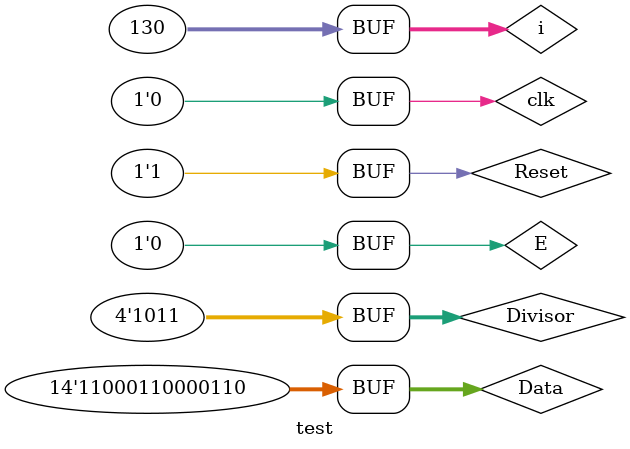
<source format=sv>
`timescale 1ns / 1 ps

module test;
  
  reg [13:0] Data;
  reg [3:0] Divisor;
  reg  Reset, clk, E;
  wire [2:0] CRC;
  integer i;
  ASM uut(.Data(Data), .Divisor(Divisor), .Reset(Reset), .clk(clk), .E(E), .CRC(CRC));
  
  initial 
    begin 
      $dumpfile("dump.vcd");
	  $dumpvars(1);
      
      clk = 0;
      #(10*2);
      Reset = 0;
      #(10*5);			//2 cyc
      Reset = 1;
      #(10*3);			//3 cyc
      Data = 14'b11010011101100;
      Divisor = 4'b1011;
      E = 1 ; 
      #(10*4);			//4 cyc
      E = 0 ;
      #(10*50);			//4 cyc
      Data = 14'b11000110000110;
      Divisor = 4'b1011;
      E = 1 ; 
      #(10*4);			//4 cyc
      E = 0 ;
      #(10*50);
      #(10*4);
	
    end
  
  
   initial 
     begin
       for(i =0 ; i<130; i = i+1)
         begin
           #10 clk <= ~clk;
         end
     end

  
  
endmodule

</source>
